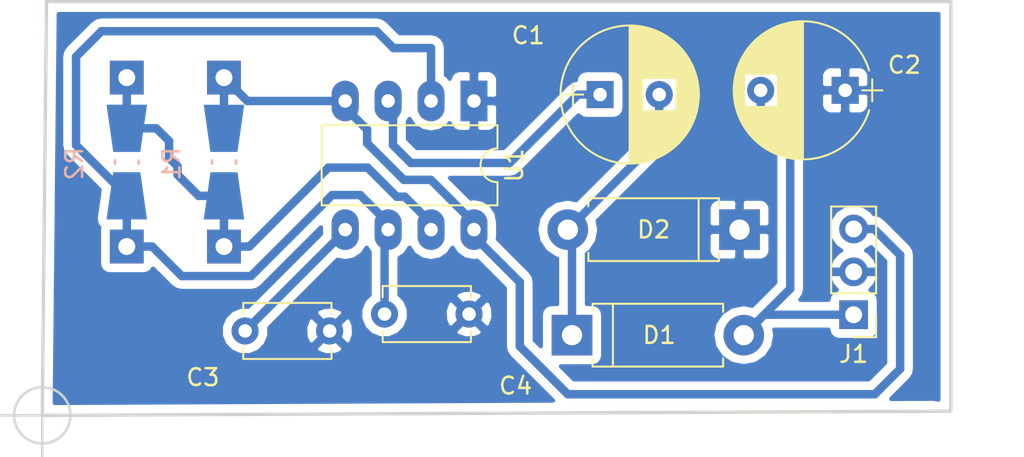
<source format=kicad_pcb>
(kicad_pcb (version 20170123) (host pcbnew "(2017-06-12 revision 8590a2299)-makepkg")

  (general
    (links 23)
    (no_connects 0)
    (area 103 65.899999 164.1425 93)
    (thickness 1.6)
    (drawings 6)
    (tracks 72)
    (zones 0)
    (modules 10)
    (nets 9)
  )

  (page A4)
  (title_block
    (title "-5v pump")
    (date 2017-08-13)
    (rev A)
  )

  (layers
    (0 F.Cu signal)
    (31 B.Cu signal)
    (32 B.Adhes user)
    (33 F.Adhes user)
    (34 B.Paste user)
    (35 F.Paste user)
    (36 B.SilkS user)
    (37 F.SilkS user)
    (38 B.Mask user)
    (39 F.Mask user)
    (40 Dwgs.User user)
    (41 Cmts.User user)
    (42 Eco1.User user)
    (43 Eco2.User user)
    (44 Edge.Cuts user)
    (45 Margin user)
    (46 B.CrtYd user)
    (47 F.CrtYd user)
    (48 B.Fab user)
    (49 F.Fab user)
  )

  (setup
    (last_trace_width 0.5)
    (trace_clearance 0.5)
    (zone_clearance 0.508)
    (zone_45_only no)
    (trace_min 0.2)
    (segment_width 0.2)
    (edge_width 0.15)
    (via_size 1.5)
    (via_drill 0.8)
    (via_min_size 0.4)
    (via_min_drill 0.3)
    (uvia_size 0.3)
    (uvia_drill 0.1)
    (uvias_allowed no)
    (uvia_min_size 0.2)
    (uvia_min_drill 0.1)
    (pcb_text_width 0.3)
    (pcb_text_size 1.5 1.5)
    (mod_edge_width 0.15)
    (mod_text_size 1 1)
    (mod_text_width 0.15)
    (pad_size 1.524 1.524)
    (pad_drill 0.762)
    (pad_to_mask_clearance 0.2)
    (aux_axis_origin 105.5 90.5)
    (visible_elements FFFFFF7F)
    (pcbplotparams
      (layerselection 0x01000_fffffffe)
      (usegerberextensions false)
      (excludeedgelayer true)
      (linewidth 0.100000)
      (plotframeref false)
      (viasonmask false)
      (mode 1)
      (useauxorigin true)
      (hpglpennumber 1)
      (hpglpenspeed 20)
      (hpglpendiameter 15)
      (psnegative false)
      (psa4output false)
      (plotreference true)
      (plotvalue true)
      (plotinvisibletext false)
      (padsonsilk false)
      (subtractmaskfromsilk false)
      (outputformat 1)
      (mirror false)
      (drillshape 0)
      (scaleselection 1)
      (outputdirectory ""))
  )

  (net 0 "")
  (net 1 "Net-(C1-Pad2)")
  (net 2 "Net-(C1-Pad1)")
  (net 3 -5v)
  (net 4 GND)
  (net 5 "Net-(C3-Pad1)")
  (net 6 "Net-(C4-Pad1)")
  (net 7 VCC)
  (net 8 "Net-(R1-Pad2)")

  (net_class Default "This is the default net class."
    (clearance 0.5)
    (trace_width 0.5)
    (via_dia 1.5)
    (via_drill 0.8)
    (uvia_dia 0.3)
    (uvia_drill 0.1)
    (add_net -5v)
    (add_net GND)
    (add_net "Net-(C1-Pad1)")
    (add_net "Net-(C1-Pad2)")
    (add_net "Net-(C3-Pad1)")
    (add_net "Net-(C4-Pad1)")
    (add_net "Net-(R1-Pad2)")
    (add_net VCC)
  )

  (module Capacitors_THT:CP_Radial_D8.0mm_P5.00mm (layer F.Cu) (tedit 597BC7C2) (tstamp 5990E91F)
    (at 153 71.25 180)
    (descr "CP, Radial series, Radial, pin pitch=5.00mm, , diameter=8mm, Electrolytic Capacitor")
    (tags "CP Radial series Radial pin pitch 5.00mm  diameter 8mm Electrolytic Capacitor")
    (path /5990854F)
    (fp_text reference C2 (at -3.5 1.5 180) (layer F.SilkS)
      (effects (font (size 1 1) (thickness 0.15)))
    )
    (fp_text value 100uf (at -3.75 -0.5 180) (layer F.Fab)
      (effects (font (size 1 1) (thickness 0.15)))
    )
    (fp_text user %R (at -3.5 1.5 180) (layer F.Fab)
      (effects (font (size 1 1) (thickness 0.15)))
    )
    (fp_line (start 6.85 -4.35) (end -1.85 -4.35) (layer F.CrtYd) (width 0.05))
    (fp_line (start 6.85 4.35) (end 6.85 -4.35) (layer F.CrtYd) (width 0.05))
    (fp_line (start -1.85 4.35) (end 6.85 4.35) (layer F.CrtYd) (width 0.05))
    (fp_line (start -1.85 -4.35) (end -1.85 4.35) (layer F.CrtYd) (width 0.05))
    (fp_line (start -1.6 -0.65) (end -1.6 0.65) (layer F.SilkS) (width 0.12))
    (fp_line (start -2.2 0) (end -1 0) (layer F.SilkS) (width 0.12))
    (fp_line (start 6.581 -0.246) (end 6.581 0.246) (layer F.SilkS) (width 0.12))
    (fp_line (start 6.541 -0.598) (end 6.541 0.598) (layer F.SilkS) (width 0.12))
    (fp_line (start 6.501 -0.814) (end 6.501 0.814) (layer F.SilkS) (width 0.12))
    (fp_line (start 6.461 -0.983) (end 6.461 0.983) (layer F.SilkS) (width 0.12))
    (fp_line (start 6.421 -1.127) (end 6.421 1.127) (layer F.SilkS) (width 0.12))
    (fp_line (start 6.381 -1.254) (end 6.381 1.254) (layer F.SilkS) (width 0.12))
    (fp_line (start 6.341 -1.369) (end 6.341 1.369) (layer F.SilkS) (width 0.12))
    (fp_line (start 6.301 -1.473) (end 6.301 1.473) (layer F.SilkS) (width 0.12))
    (fp_line (start 6.261 -1.57) (end 6.261 1.57) (layer F.SilkS) (width 0.12))
    (fp_line (start 6.221 -1.66) (end 6.221 1.66) (layer F.SilkS) (width 0.12))
    (fp_line (start 6.181 -1.745) (end 6.181 1.745) (layer F.SilkS) (width 0.12))
    (fp_line (start 6.141 -1.826) (end 6.141 1.826) (layer F.SilkS) (width 0.12))
    (fp_line (start 6.101 -1.902) (end 6.101 1.902) (layer F.SilkS) (width 0.12))
    (fp_line (start 6.061 -1.974) (end 6.061 1.974) (layer F.SilkS) (width 0.12))
    (fp_line (start 6.021 -2.043) (end 6.021 2.043) (layer F.SilkS) (width 0.12))
    (fp_line (start 5.981 -2.109) (end 5.981 2.109) (layer F.SilkS) (width 0.12))
    (fp_line (start 5.941 0.98) (end 5.941 2.173) (layer F.SilkS) (width 0.12))
    (fp_line (start 5.941 -2.173) (end 5.941 -0.98) (layer F.SilkS) (width 0.12))
    (fp_line (start 5.901 0.98) (end 5.901 2.234) (layer F.SilkS) (width 0.12))
    (fp_line (start 5.901 -2.234) (end 5.901 -0.98) (layer F.SilkS) (width 0.12))
    (fp_line (start 5.861 0.98) (end 5.861 2.293) (layer F.SilkS) (width 0.12))
    (fp_line (start 5.861 -2.293) (end 5.861 -0.98) (layer F.SilkS) (width 0.12))
    (fp_line (start 5.821 0.98) (end 5.821 2.349) (layer F.SilkS) (width 0.12))
    (fp_line (start 5.821 -2.349) (end 5.821 -0.98) (layer F.SilkS) (width 0.12))
    (fp_line (start 5.781 0.98) (end 5.781 2.404) (layer F.SilkS) (width 0.12))
    (fp_line (start 5.781 -2.404) (end 5.781 -0.98) (layer F.SilkS) (width 0.12))
    (fp_line (start 5.741 0.98) (end 5.741 2.457) (layer F.SilkS) (width 0.12))
    (fp_line (start 5.741 -2.457) (end 5.741 -0.98) (layer F.SilkS) (width 0.12))
    (fp_line (start 5.701 0.98) (end 5.701 2.508) (layer F.SilkS) (width 0.12))
    (fp_line (start 5.701 -2.508) (end 5.701 -0.98) (layer F.SilkS) (width 0.12))
    (fp_line (start 5.661 0.98) (end 5.661 2.557) (layer F.SilkS) (width 0.12))
    (fp_line (start 5.661 -2.557) (end 5.661 -0.98) (layer F.SilkS) (width 0.12))
    (fp_line (start 5.621 0.98) (end 5.621 2.605) (layer F.SilkS) (width 0.12))
    (fp_line (start 5.621 -2.605) (end 5.621 -0.98) (layer F.SilkS) (width 0.12))
    (fp_line (start 5.581 0.98) (end 5.581 2.652) (layer F.SilkS) (width 0.12))
    (fp_line (start 5.581 -2.652) (end 5.581 -0.98) (layer F.SilkS) (width 0.12))
    (fp_line (start 5.541 0.98) (end 5.541 2.697) (layer F.SilkS) (width 0.12))
    (fp_line (start 5.541 -2.697) (end 5.541 -0.98) (layer F.SilkS) (width 0.12))
    (fp_line (start 5.501 0.98) (end 5.501 2.74) (layer F.SilkS) (width 0.12))
    (fp_line (start 5.501 -2.74) (end 5.501 -0.98) (layer F.SilkS) (width 0.12))
    (fp_line (start 5.461 0.98) (end 5.461 2.783) (layer F.SilkS) (width 0.12))
    (fp_line (start 5.461 -2.783) (end 5.461 -0.98) (layer F.SilkS) (width 0.12))
    (fp_line (start 5.421 0.98) (end 5.421 2.824) (layer F.SilkS) (width 0.12))
    (fp_line (start 5.421 -2.824) (end 5.421 -0.98) (layer F.SilkS) (width 0.12))
    (fp_line (start 5.381 0.98) (end 5.381 2.865) (layer F.SilkS) (width 0.12))
    (fp_line (start 5.381 -2.865) (end 5.381 -0.98) (layer F.SilkS) (width 0.12))
    (fp_line (start 5.341 0.98) (end 5.341 2.904) (layer F.SilkS) (width 0.12))
    (fp_line (start 5.341 -2.904) (end 5.341 -0.98) (layer F.SilkS) (width 0.12))
    (fp_line (start 5.301 0.98) (end 5.301 2.942) (layer F.SilkS) (width 0.12))
    (fp_line (start 5.301 -2.942) (end 5.301 -0.98) (layer F.SilkS) (width 0.12))
    (fp_line (start 5.261 0.98) (end 5.261 2.979) (layer F.SilkS) (width 0.12))
    (fp_line (start 5.261 -2.979) (end 5.261 -0.98) (layer F.SilkS) (width 0.12))
    (fp_line (start 5.221 0.98) (end 5.221 3.015) (layer F.SilkS) (width 0.12))
    (fp_line (start 5.221 -3.015) (end 5.221 -0.98) (layer F.SilkS) (width 0.12))
    (fp_line (start 5.181 0.98) (end 5.181 3.05) (layer F.SilkS) (width 0.12))
    (fp_line (start 5.181 -3.05) (end 5.181 -0.98) (layer F.SilkS) (width 0.12))
    (fp_line (start 5.141 0.98) (end 5.141 3.084) (layer F.SilkS) (width 0.12))
    (fp_line (start 5.141 -3.084) (end 5.141 -0.98) (layer F.SilkS) (width 0.12))
    (fp_line (start 5.101 0.98) (end 5.101 3.118) (layer F.SilkS) (width 0.12))
    (fp_line (start 5.101 -3.118) (end 5.101 -0.98) (layer F.SilkS) (width 0.12))
    (fp_line (start 5.061 0.98) (end 5.061 3.15) (layer F.SilkS) (width 0.12))
    (fp_line (start 5.061 -3.15) (end 5.061 -0.98) (layer F.SilkS) (width 0.12))
    (fp_line (start 5.021 0.98) (end 5.021 3.182) (layer F.SilkS) (width 0.12))
    (fp_line (start 5.021 -3.182) (end 5.021 -0.98) (layer F.SilkS) (width 0.12))
    (fp_line (start 4.981 0.98) (end 4.981 3.213) (layer F.SilkS) (width 0.12))
    (fp_line (start 4.981 -3.213) (end 4.981 -0.98) (layer F.SilkS) (width 0.12))
    (fp_line (start 4.941 0.98) (end 4.941 3.243) (layer F.SilkS) (width 0.12))
    (fp_line (start 4.941 -3.243) (end 4.941 -0.98) (layer F.SilkS) (width 0.12))
    (fp_line (start 4.901 0.98) (end 4.901 3.272) (layer F.SilkS) (width 0.12))
    (fp_line (start 4.901 -3.272) (end 4.901 -0.98) (layer F.SilkS) (width 0.12))
    (fp_line (start 4.861 0.98) (end 4.861 3.301) (layer F.SilkS) (width 0.12))
    (fp_line (start 4.861 -3.301) (end 4.861 -0.98) (layer F.SilkS) (width 0.12))
    (fp_line (start 4.821 0.98) (end 4.821 3.329) (layer F.SilkS) (width 0.12))
    (fp_line (start 4.821 -3.329) (end 4.821 -0.98) (layer F.SilkS) (width 0.12))
    (fp_line (start 4.781 0.98) (end 4.781 3.356) (layer F.SilkS) (width 0.12))
    (fp_line (start 4.781 -3.356) (end 4.781 -0.98) (layer F.SilkS) (width 0.12))
    (fp_line (start 4.741 0.98) (end 4.741 3.383) (layer F.SilkS) (width 0.12))
    (fp_line (start 4.741 -3.383) (end 4.741 -0.98) (layer F.SilkS) (width 0.12))
    (fp_line (start 4.701 0.98) (end 4.701 3.408) (layer F.SilkS) (width 0.12))
    (fp_line (start 4.701 -3.408) (end 4.701 -0.98) (layer F.SilkS) (width 0.12))
    (fp_line (start 4.661 0.98) (end 4.661 3.434) (layer F.SilkS) (width 0.12))
    (fp_line (start 4.661 -3.434) (end 4.661 -0.98) (layer F.SilkS) (width 0.12))
    (fp_line (start 4.621 0.98) (end 4.621 3.458) (layer F.SilkS) (width 0.12))
    (fp_line (start 4.621 -3.458) (end 4.621 -0.98) (layer F.SilkS) (width 0.12))
    (fp_line (start 4.581 0.98) (end 4.581 3.482) (layer F.SilkS) (width 0.12))
    (fp_line (start 4.581 -3.482) (end 4.581 -0.98) (layer F.SilkS) (width 0.12))
    (fp_line (start 4.541 0.98) (end 4.541 3.505) (layer F.SilkS) (width 0.12))
    (fp_line (start 4.541 -3.505) (end 4.541 -0.98) (layer F.SilkS) (width 0.12))
    (fp_line (start 4.501 0.98) (end 4.501 3.528) (layer F.SilkS) (width 0.12))
    (fp_line (start 4.501 -3.528) (end 4.501 -0.98) (layer F.SilkS) (width 0.12))
    (fp_line (start 4.461 0.98) (end 4.461 3.55) (layer F.SilkS) (width 0.12))
    (fp_line (start 4.461 -3.55) (end 4.461 -0.98) (layer F.SilkS) (width 0.12))
    (fp_line (start 4.421 0.98) (end 4.421 3.572) (layer F.SilkS) (width 0.12))
    (fp_line (start 4.421 -3.572) (end 4.421 -0.98) (layer F.SilkS) (width 0.12))
    (fp_line (start 4.381 0.98) (end 4.381 3.593) (layer F.SilkS) (width 0.12))
    (fp_line (start 4.381 -3.593) (end 4.381 -0.98) (layer F.SilkS) (width 0.12))
    (fp_line (start 4.341 0.98) (end 4.341 3.613) (layer F.SilkS) (width 0.12))
    (fp_line (start 4.341 -3.613) (end 4.341 -0.98) (layer F.SilkS) (width 0.12))
    (fp_line (start 4.301 0.98) (end 4.301 3.633) (layer F.SilkS) (width 0.12))
    (fp_line (start 4.301 -3.633) (end 4.301 -0.98) (layer F.SilkS) (width 0.12))
    (fp_line (start 4.261 0.98) (end 4.261 3.652) (layer F.SilkS) (width 0.12))
    (fp_line (start 4.261 -3.652) (end 4.261 -0.98) (layer F.SilkS) (width 0.12))
    (fp_line (start 4.221 0.98) (end 4.221 3.671) (layer F.SilkS) (width 0.12))
    (fp_line (start 4.221 -3.671) (end 4.221 -0.98) (layer F.SilkS) (width 0.12))
    (fp_line (start 4.181 0.98) (end 4.181 3.69) (layer F.SilkS) (width 0.12))
    (fp_line (start 4.181 -3.69) (end 4.181 -0.98) (layer F.SilkS) (width 0.12))
    (fp_line (start 4.141 0.98) (end 4.141 3.707) (layer F.SilkS) (width 0.12))
    (fp_line (start 4.141 -3.707) (end 4.141 -0.98) (layer F.SilkS) (width 0.12))
    (fp_line (start 4.101 0.98) (end 4.101 3.725) (layer F.SilkS) (width 0.12))
    (fp_line (start 4.101 -3.725) (end 4.101 -0.98) (layer F.SilkS) (width 0.12))
    (fp_line (start 4.061 0.98) (end 4.061 3.741) (layer F.SilkS) (width 0.12))
    (fp_line (start 4.061 -3.741) (end 4.061 -0.98) (layer F.SilkS) (width 0.12))
    (fp_line (start 4.021 0.98) (end 4.021 3.758) (layer F.SilkS) (width 0.12))
    (fp_line (start 4.021 -3.758) (end 4.021 -0.98) (layer F.SilkS) (width 0.12))
    (fp_line (start 3.981 -3.773) (end 3.981 3.773) (layer F.SilkS) (width 0.12))
    (fp_line (start 3.941 -3.789) (end 3.941 3.789) (layer F.SilkS) (width 0.12))
    (fp_line (start 3.901 -3.803) (end 3.901 3.803) (layer F.SilkS) (width 0.12))
    (fp_line (start 3.861 -3.818) (end 3.861 3.818) (layer F.SilkS) (width 0.12))
    (fp_line (start 3.821 -3.832) (end 3.821 3.832) (layer F.SilkS) (width 0.12))
    (fp_line (start 3.781 -3.845) (end 3.781 3.845) (layer F.SilkS) (width 0.12))
    (fp_line (start 3.741 -3.858) (end 3.741 3.858) (layer F.SilkS) (width 0.12))
    (fp_line (start 3.701 -3.87) (end 3.701 3.87) (layer F.SilkS) (width 0.12))
    (fp_line (start 3.661 -3.883) (end 3.661 3.883) (layer F.SilkS) (width 0.12))
    (fp_line (start 3.621 -3.894) (end 3.621 3.894) (layer F.SilkS) (width 0.12))
    (fp_line (start 3.581 -3.905) (end 3.581 3.905) (layer F.SilkS) (width 0.12))
    (fp_line (start 3.541 -3.916) (end 3.541 3.916) (layer F.SilkS) (width 0.12))
    (fp_line (start 3.501 -3.926) (end 3.501 3.926) (layer F.SilkS) (width 0.12))
    (fp_line (start 3.461 -3.936) (end 3.461 3.936) (layer F.SilkS) (width 0.12))
    (fp_line (start 3.421 -3.946) (end 3.421 3.946) (layer F.SilkS) (width 0.12))
    (fp_line (start 3.381 -3.955) (end 3.381 3.955) (layer F.SilkS) (width 0.12))
    (fp_line (start 3.341 -3.963) (end 3.341 3.963) (layer F.SilkS) (width 0.12))
    (fp_line (start 3.301 -3.971) (end 3.301 3.971) (layer F.SilkS) (width 0.12))
    (fp_line (start 3.261 -3.979) (end 3.261 3.979) (layer F.SilkS) (width 0.12))
    (fp_line (start 3.221 -3.987) (end 3.221 3.987) (layer F.SilkS) (width 0.12))
    (fp_line (start 3.18 -3.994) (end 3.18 3.994) (layer F.SilkS) (width 0.12))
    (fp_line (start 3.14 -4) (end 3.14 4) (layer F.SilkS) (width 0.12))
    (fp_line (start 3.1 -4.006) (end 3.1 4.006) (layer F.SilkS) (width 0.12))
    (fp_line (start 3.06 -4.012) (end 3.06 4.012) (layer F.SilkS) (width 0.12))
    (fp_line (start 3.02 -4.017) (end 3.02 4.017) (layer F.SilkS) (width 0.12))
    (fp_line (start 2.98 -4.022) (end 2.98 4.022) (layer F.SilkS) (width 0.12))
    (fp_line (start 2.94 -4.027) (end 2.94 4.027) (layer F.SilkS) (width 0.12))
    (fp_line (start 2.9 -4.031) (end 2.9 4.031) (layer F.SilkS) (width 0.12))
    (fp_line (start 2.86 -4.035) (end 2.86 4.035) (layer F.SilkS) (width 0.12))
    (fp_line (start 2.82 -4.038) (end 2.82 4.038) (layer F.SilkS) (width 0.12))
    (fp_line (start 2.78 -4.041) (end 2.78 4.041) (layer F.SilkS) (width 0.12))
    (fp_line (start 2.74 -4.043) (end 2.74 4.043) (layer F.SilkS) (width 0.12))
    (fp_line (start 2.7 -4.046) (end 2.7 4.046) (layer F.SilkS) (width 0.12))
    (fp_line (start 2.66 -4.047) (end 2.66 4.047) (layer F.SilkS) (width 0.12))
    (fp_line (start 2.62 -4.049) (end 2.62 4.049) (layer F.SilkS) (width 0.12))
    (fp_line (start 2.58 -4.05) (end 2.58 4.05) (layer F.SilkS) (width 0.12))
    (fp_line (start 2.54 -4.05) (end 2.54 4.05) (layer F.SilkS) (width 0.12))
    (fp_line (start 2.5 -4.05) (end 2.5 4.05) (layer F.SilkS) (width 0.12))
    (fp_line (start -1.6 -0.65) (end -1.6 0.65) (layer F.Fab) (width 0.1))
    (fp_line (start -2.2 0) (end -1 0) (layer F.Fab) (width 0.1))
    (fp_circle (center 2.5 0) (end 6.5 0) (layer F.Fab) (width 0.1))
    (fp_arc (start 2.5 0) (end 6.416082 -1.18) (angle 33.5) (layer F.SilkS) (width 0.12))
    (fp_arc (start 2.5 0) (end -1.416082 1.18) (angle -146.5) (layer F.SilkS) (width 0.12))
    (fp_arc (start 2.5 0) (end -1.416082 -1.18) (angle 146.5) (layer F.SilkS) (width 0.12))
    (pad 2 thru_hole circle (at 5 0 180) (size 1.6 1.6) (drill 0.8) (layers *.Cu *.Mask)
      (net 3 -5v))
    (pad 1 thru_hole rect (at 0 0 180) (size 1.6 1.6) (drill 0.8) (layers *.Cu *.Mask)
      (net 4 GND))
    (model ${KISYS3DMOD}/Capacitors_THT.3dshapes/CP_Radial_D8.0mm_P5.00mm.wrl
      (at (xyz 0 0 0))
      (scale (xyz 1 1 1))
      (rotate (xyz 0 0 0))
    )
  )

  (module Resistors_Universal:Resistor_SMD+THTuniversal_0805to1206_RM10_HandSoldering_RevA_Date25Jun2010 (layer B.Cu) (tedit 59907A2B) (tstamp 5990E9AC)
    (at 110.5 75.49898 270)
    (descr "Resistor, SMD and THT, universal, 0805 to 1206,RM10,  Hand soldering, Rev A, Date 25 Jun 2010,")
    (tags "Resistor, SMD and THT, universal, 0805 to 1206, RM10, Hand soldering, Rev A, Date 25 Jun 2010,")
    (path /59906EB6)
    (fp_text reference R2 (at 0.09906 3.0988 270) (layer B.SilkS)
      (effects (font (size 1 1) (thickness 0.15)) (justify mirror))
    )
    (fp_text value 47k (at 3.50102 2.75 270) (layer B.Adhes)
      (effects (font (size 1 1) (thickness 0.15)) (justify mirror))
    )
    (fp_line (start 0 0.70104) (end 0.09906 0.70104) (layer B.SilkS) (width 0.15))
    (fp_line (start 0 0.70104) (end -0.09906 0.70104) (layer B.SilkS) (width 0.15))
    (fp_line (start 0 -0.70104) (end -0.09906 -0.70104) (layer B.SilkS) (width 0.15))
    (fp_line (start 0.09906 -0.70104) (end 0 -0.70104) (layer B.SilkS) (width 0.15))
    (fp_line (start 0 -0.70104) (end 0.09906 -0.70104) (layer B.SilkS) (width 0.15))
    (pad 2 thru_hole rect (at 5.00126 0 90) (size 1.99898 1.99898) (drill 1.00076) (layers *.Cu *.Mask)
      (net 6 "Net-(C4-Pad1)"))
    (pad 1 thru_hole rect (at -5.00126 0 90) (size 1.99898 1.99898) (drill 1.00076) (layers *.Cu *.Mask)
      (net 8 "Net-(R1-Pad2)"))
    (pad 2 smd trapezoid (at 1.99898 0 90) (size 2.79908 1.99898) (rect_delta 0.39878 0 ) (layers B.Cu B.Paste B.Mask)
      (net 6 "Net-(C4-Pad1)"))
    (pad 1 smd trapezoid (at -1.99898 0 270) (size 2.79908 1.99898) (rect_delta 0.39878 0 ) (layers B.Cu B.Paste B.Mask)
      (net 8 "Net-(R1-Pad2)"))
  )

  (module Capacitors_THT:CP_Radial_D8.0mm_P3.50mm (layer F.Cu) (tedit 597BC7C2) (tstamp 5990E874)
    (at 138.5 71.5)
    (descr "CP, Radial series, Radial, pin pitch=3.50mm, , diameter=8mm, Electrolytic Capacitor")
    (tags "CP Radial series Radial pin pitch 3.50mm  diameter 8mm Electrolytic Capacitor")
    (path /59906E55)
    (fp_text reference C1 (at -4.25 -3.5) (layer F.SilkS)
      (effects (font (size 1 1) (thickness 0.15)))
    )
    (fp_text value 10uf (at -4.75 -2.25) (layer F.Fab)
      (effects (font (size 1 1) (thickness 0.15)))
    )
    (fp_text user %R (at -4.25 -3.5) (layer F.Fab)
      (effects (font (size 1 1) (thickness 0.15)))
    )
    (fp_line (start 6.1 -4.35) (end -2.6 -4.35) (layer F.CrtYd) (width 0.05))
    (fp_line (start 6.1 4.35) (end 6.1 -4.35) (layer F.CrtYd) (width 0.05))
    (fp_line (start -2.6 4.35) (end 6.1 4.35) (layer F.CrtYd) (width 0.05))
    (fp_line (start -2.6 -4.35) (end -2.6 4.35) (layer F.CrtYd) (width 0.05))
    (fp_line (start -1.6 -0.65) (end -1.6 0.65) (layer F.SilkS) (width 0.12))
    (fp_line (start -2.2 0) (end -1 0) (layer F.SilkS) (width 0.12))
    (fp_line (start 5.831 -0.246) (end 5.831 0.246) (layer F.SilkS) (width 0.12))
    (fp_line (start 5.791 -0.598) (end 5.791 0.598) (layer F.SilkS) (width 0.12))
    (fp_line (start 5.751 -0.814) (end 5.751 0.814) (layer F.SilkS) (width 0.12))
    (fp_line (start 5.711 -0.983) (end 5.711 0.983) (layer F.SilkS) (width 0.12))
    (fp_line (start 5.671 -1.127) (end 5.671 1.127) (layer F.SilkS) (width 0.12))
    (fp_line (start 5.631 -1.254) (end 5.631 1.254) (layer F.SilkS) (width 0.12))
    (fp_line (start 5.591 -1.369) (end 5.591 1.369) (layer F.SilkS) (width 0.12))
    (fp_line (start 5.551 -1.473) (end 5.551 1.473) (layer F.SilkS) (width 0.12))
    (fp_line (start 5.511 -1.57) (end 5.511 1.57) (layer F.SilkS) (width 0.12))
    (fp_line (start 5.471 -1.66) (end 5.471 1.66) (layer F.SilkS) (width 0.12))
    (fp_line (start 5.431 -1.745) (end 5.431 1.745) (layer F.SilkS) (width 0.12))
    (fp_line (start 5.391 -1.826) (end 5.391 1.826) (layer F.SilkS) (width 0.12))
    (fp_line (start 5.351 -1.902) (end 5.351 1.902) (layer F.SilkS) (width 0.12))
    (fp_line (start 5.311 -1.974) (end 5.311 1.974) (layer F.SilkS) (width 0.12))
    (fp_line (start 5.271 -2.043) (end 5.271 2.043) (layer F.SilkS) (width 0.12))
    (fp_line (start 5.231 -2.109) (end 5.231 2.109) (layer F.SilkS) (width 0.12))
    (fp_line (start 5.191 -2.173) (end 5.191 2.173) (layer F.SilkS) (width 0.12))
    (fp_line (start 5.151 -2.234) (end 5.151 2.234) (layer F.SilkS) (width 0.12))
    (fp_line (start 5.111 -2.293) (end 5.111 2.293) (layer F.SilkS) (width 0.12))
    (fp_line (start 5.071 -2.349) (end 5.071 2.349) (layer F.SilkS) (width 0.12))
    (fp_line (start 5.031 -2.404) (end 5.031 2.404) (layer F.SilkS) (width 0.12))
    (fp_line (start 4.991 -2.457) (end 4.991 2.457) (layer F.SilkS) (width 0.12))
    (fp_line (start 4.951 -2.508) (end 4.951 2.508) (layer F.SilkS) (width 0.12))
    (fp_line (start 4.911 -2.557) (end 4.911 2.557) (layer F.SilkS) (width 0.12))
    (fp_line (start 4.871 -2.605) (end 4.871 2.605) (layer F.SilkS) (width 0.12))
    (fp_line (start 4.831 -2.652) (end 4.831 2.652) (layer F.SilkS) (width 0.12))
    (fp_line (start 4.791 -2.697) (end 4.791 2.697) (layer F.SilkS) (width 0.12))
    (fp_line (start 4.751 -2.74) (end 4.751 2.74) (layer F.SilkS) (width 0.12))
    (fp_line (start 4.711 -2.783) (end 4.711 2.783) (layer F.SilkS) (width 0.12))
    (fp_line (start 4.671 -2.824) (end 4.671 2.824) (layer F.SilkS) (width 0.12))
    (fp_line (start 4.631 -2.865) (end 4.631 2.865) (layer F.SilkS) (width 0.12))
    (fp_line (start 4.591 -2.904) (end 4.591 2.904) (layer F.SilkS) (width 0.12))
    (fp_line (start 4.551 -2.942) (end 4.551 2.942) (layer F.SilkS) (width 0.12))
    (fp_line (start 4.511 -2.979) (end 4.511 2.979) (layer F.SilkS) (width 0.12))
    (fp_line (start 4.471 0.98) (end 4.471 3.015) (layer F.SilkS) (width 0.12))
    (fp_line (start 4.471 -3.015) (end 4.471 -0.98) (layer F.SilkS) (width 0.12))
    (fp_line (start 4.431 0.98) (end 4.431 3.05) (layer F.SilkS) (width 0.12))
    (fp_line (start 4.431 -3.05) (end 4.431 -0.98) (layer F.SilkS) (width 0.12))
    (fp_line (start 4.391 0.98) (end 4.391 3.084) (layer F.SilkS) (width 0.12))
    (fp_line (start 4.391 -3.084) (end 4.391 -0.98) (layer F.SilkS) (width 0.12))
    (fp_line (start 4.351 0.98) (end 4.351 3.118) (layer F.SilkS) (width 0.12))
    (fp_line (start 4.351 -3.118) (end 4.351 -0.98) (layer F.SilkS) (width 0.12))
    (fp_line (start 4.311 0.98) (end 4.311 3.15) (layer F.SilkS) (width 0.12))
    (fp_line (start 4.311 -3.15) (end 4.311 -0.98) (layer F.SilkS) (width 0.12))
    (fp_line (start 4.271 0.98) (end 4.271 3.182) (layer F.SilkS) (width 0.12))
    (fp_line (start 4.271 -3.182) (end 4.271 -0.98) (layer F.SilkS) (width 0.12))
    (fp_line (start 4.231 0.98) (end 4.231 3.213) (layer F.SilkS) (width 0.12))
    (fp_line (start 4.231 -3.213) (end 4.231 -0.98) (layer F.SilkS) (width 0.12))
    (fp_line (start 4.191 0.98) (end 4.191 3.243) (layer F.SilkS) (width 0.12))
    (fp_line (start 4.191 -3.243) (end 4.191 -0.98) (layer F.SilkS) (width 0.12))
    (fp_line (start 4.151 0.98) (end 4.151 3.272) (layer F.SilkS) (width 0.12))
    (fp_line (start 4.151 -3.272) (end 4.151 -0.98) (layer F.SilkS) (width 0.12))
    (fp_line (start 4.111 0.98) (end 4.111 3.301) (layer F.SilkS) (width 0.12))
    (fp_line (start 4.111 -3.301) (end 4.111 -0.98) (layer F.SilkS) (width 0.12))
    (fp_line (start 4.071 0.98) (end 4.071 3.329) (layer F.SilkS) (width 0.12))
    (fp_line (start 4.071 -3.329) (end 4.071 -0.98) (layer F.SilkS) (width 0.12))
    (fp_line (start 4.031 0.98) (end 4.031 3.356) (layer F.SilkS) (width 0.12))
    (fp_line (start 4.031 -3.356) (end 4.031 -0.98) (layer F.SilkS) (width 0.12))
    (fp_line (start 3.991 0.98) (end 3.991 3.383) (layer F.SilkS) (width 0.12))
    (fp_line (start 3.991 -3.383) (end 3.991 -0.98) (layer F.SilkS) (width 0.12))
    (fp_line (start 3.951 0.98) (end 3.951 3.408) (layer F.SilkS) (width 0.12))
    (fp_line (start 3.951 -3.408) (end 3.951 -0.98) (layer F.SilkS) (width 0.12))
    (fp_line (start 3.911 0.98) (end 3.911 3.434) (layer F.SilkS) (width 0.12))
    (fp_line (start 3.911 -3.434) (end 3.911 -0.98) (layer F.SilkS) (width 0.12))
    (fp_line (start 3.871 0.98) (end 3.871 3.458) (layer F.SilkS) (width 0.12))
    (fp_line (start 3.871 -3.458) (end 3.871 -0.98) (layer F.SilkS) (width 0.12))
    (fp_line (start 3.831 0.98) (end 3.831 3.482) (layer F.SilkS) (width 0.12))
    (fp_line (start 3.831 -3.482) (end 3.831 -0.98) (layer F.SilkS) (width 0.12))
    (fp_line (start 3.791 0.98) (end 3.791 3.505) (layer F.SilkS) (width 0.12))
    (fp_line (start 3.791 -3.505) (end 3.791 -0.98) (layer F.SilkS) (width 0.12))
    (fp_line (start 3.751 0.98) (end 3.751 3.528) (layer F.SilkS) (width 0.12))
    (fp_line (start 3.751 -3.528) (end 3.751 -0.98) (layer F.SilkS) (width 0.12))
    (fp_line (start 3.711 0.98) (end 3.711 3.55) (layer F.SilkS) (width 0.12))
    (fp_line (start 3.711 -3.55) (end 3.711 -0.98) (layer F.SilkS) (width 0.12))
    (fp_line (start 3.671 0.98) (end 3.671 3.572) (layer F.SilkS) (width 0.12))
    (fp_line (start 3.671 -3.572) (end 3.671 -0.98) (layer F.SilkS) (width 0.12))
    (fp_line (start 3.631 0.98) (end 3.631 3.593) (layer F.SilkS) (width 0.12))
    (fp_line (start 3.631 -3.593) (end 3.631 -0.98) (layer F.SilkS) (width 0.12))
    (fp_line (start 3.591 0.98) (end 3.591 3.613) (layer F.SilkS) (width 0.12))
    (fp_line (start 3.591 -3.613) (end 3.591 -0.98) (layer F.SilkS) (width 0.12))
    (fp_line (start 3.551 0.98) (end 3.551 3.633) (layer F.SilkS) (width 0.12))
    (fp_line (start 3.551 -3.633) (end 3.551 -0.98) (layer F.SilkS) (width 0.12))
    (fp_line (start 3.511 0.98) (end 3.511 3.652) (layer F.SilkS) (width 0.12))
    (fp_line (start 3.511 -3.652) (end 3.511 -0.98) (layer F.SilkS) (width 0.12))
    (fp_line (start 3.471 0.98) (end 3.471 3.671) (layer F.SilkS) (width 0.12))
    (fp_line (start 3.471 -3.671) (end 3.471 -0.98) (layer F.SilkS) (width 0.12))
    (fp_line (start 3.431 0.98) (end 3.431 3.69) (layer F.SilkS) (width 0.12))
    (fp_line (start 3.431 -3.69) (end 3.431 -0.98) (layer F.SilkS) (width 0.12))
    (fp_line (start 3.391 0.98) (end 3.391 3.707) (layer F.SilkS) (width 0.12))
    (fp_line (start 3.391 -3.707) (end 3.391 -0.98) (layer F.SilkS) (width 0.12))
    (fp_line (start 3.351 0.98) (end 3.351 3.725) (layer F.SilkS) (width 0.12))
    (fp_line (start 3.351 -3.725) (end 3.351 -0.98) (layer F.SilkS) (width 0.12))
    (fp_line (start 3.311 0.98) (end 3.311 3.741) (layer F.SilkS) (width 0.12))
    (fp_line (start 3.311 -3.741) (end 3.311 -0.98) (layer F.SilkS) (width 0.12))
    (fp_line (start 3.271 0.98) (end 3.271 3.758) (layer F.SilkS) (width 0.12))
    (fp_line (start 3.271 -3.758) (end 3.271 -0.98) (layer F.SilkS) (width 0.12))
    (fp_line (start 3.231 0.98) (end 3.231 3.773) (layer F.SilkS) (width 0.12))
    (fp_line (start 3.231 -3.773) (end 3.231 -0.98) (layer F.SilkS) (width 0.12))
    (fp_line (start 3.191 0.98) (end 3.191 3.789) (layer F.SilkS) (width 0.12))
    (fp_line (start 3.191 -3.789) (end 3.191 -0.98) (layer F.SilkS) (width 0.12))
    (fp_line (start 3.151 0.98) (end 3.151 3.803) (layer F.SilkS) (width 0.12))
    (fp_line (start 3.151 -3.803) (end 3.151 -0.98) (layer F.SilkS) (width 0.12))
    (fp_line (start 3.111 0.98) (end 3.111 3.818) (layer F.SilkS) (width 0.12))
    (fp_line (start 3.111 -3.818) (end 3.111 -0.98) (layer F.SilkS) (width 0.12))
    (fp_line (start 3.071 0.98) (end 3.071 3.832) (layer F.SilkS) (width 0.12))
    (fp_line (start 3.071 -3.832) (end 3.071 -0.98) (layer F.SilkS) (width 0.12))
    (fp_line (start 3.031 0.98) (end 3.031 3.845) (layer F.SilkS) (width 0.12))
    (fp_line (start 3.031 -3.845) (end 3.031 -0.98) (layer F.SilkS) (width 0.12))
    (fp_line (start 2.991 0.98) (end 2.991 3.858) (layer F.SilkS) (width 0.12))
    (fp_line (start 2.991 -3.858) (end 2.991 -0.98) (layer F.SilkS) (width 0.12))
    (fp_line (start 2.951 0.98) (end 2.951 3.87) (layer F.SilkS) (width 0.12))
    (fp_line (start 2.951 -3.87) (end 2.951 -0.98) (layer F.SilkS) (width 0.12))
    (fp_line (start 2.911 0.98) (end 2.911 3.883) (layer F.SilkS) (width 0.12))
    (fp_line (start 2.911 -3.883) (end 2.911 -0.98) (layer F.SilkS) (width 0.12))
    (fp_line (start 2.871 0.98) (end 2.871 3.894) (layer F.SilkS) (width 0.12))
    (fp_line (start 2.871 -3.894) (end 2.871 -0.98) (layer F.SilkS) (width 0.12))
    (fp_line (start 2.831 0.98) (end 2.831 3.905) (layer F.SilkS) (width 0.12))
    (fp_line (start 2.831 -3.905) (end 2.831 -0.98) (layer F.SilkS) (width 0.12))
    (fp_line (start 2.791 0.98) (end 2.791 3.916) (layer F.SilkS) (width 0.12))
    (fp_line (start 2.791 -3.916) (end 2.791 -0.98) (layer F.SilkS) (width 0.12))
    (fp_line (start 2.751 0.98) (end 2.751 3.926) (layer F.SilkS) (width 0.12))
    (fp_line (start 2.751 -3.926) (end 2.751 -0.98) (layer F.SilkS) (width 0.12))
    (fp_line (start 2.711 0.98) (end 2.711 3.936) (layer F.SilkS) (width 0.12))
    (fp_line (start 2.711 -3.936) (end 2.711 -0.98) (layer F.SilkS) (width 0.12))
    (fp_line (start 2.671 0.98) (end 2.671 3.946) (layer F.SilkS) (width 0.12))
    (fp_line (start 2.671 -3.946) (end 2.671 -0.98) (layer F.SilkS) (width 0.12))
    (fp_line (start 2.631 0.98) (end 2.631 3.955) (layer F.SilkS) (width 0.12))
    (fp_line (start 2.631 -3.955) (end 2.631 -0.98) (layer F.SilkS) (width 0.12))
    (fp_line (start 2.591 0.98) (end 2.591 3.963) (layer F.SilkS) (width 0.12))
    (fp_line (start 2.591 -3.963) (end 2.591 -0.98) (layer F.SilkS) (width 0.12))
    (fp_line (start 2.551 0.98) (end 2.551 3.971) (layer F.SilkS) (width 0.12))
    (fp_line (start 2.551 -3.971) (end 2.551 -0.98) (layer F.SilkS) (width 0.12))
    (fp_line (start 2.511 -3.979) (end 2.511 3.979) (layer F.SilkS) (width 0.12))
    (fp_line (start 2.471 -3.987) (end 2.471 3.987) (layer F.SilkS) (width 0.12))
    (fp_line (start 2.43 -3.994) (end 2.43 3.994) (layer F.SilkS) (width 0.12))
    (fp_line (start 2.39 -4) (end 2.39 4) (layer F.SilkS) (width 0.12))
    (fp_line (start 2.35 -4.006) (end 2.35 4.006) (layer F.SilkS) (width 0.12))
    (fp_line (start 2.31 -4.012) (end 2.31 4.012) (layer F.SilkS) (width 0.12))
    (fp_line (start 2.27 -4.017) (end 2.27 4.017) (layer F.SilkS) (width 0.12))
    (fp_line (start 2.23 -4.022) (end 2.23 4.022) (layer F.SilkS) (width 0.12))
    (fp_line (start 2.19 -4.027) (end 2.19 4.027) (layer F.SilkS) (width 0.12))
    (fp_line (start 2.15 -4.031) (end 2.15 4.031) (layer F.SilkS) (width 0.12))
    (fp_line (start 2.11 -4.035) (end 2.11 4.035) (layer F.SilkS) (width 0.12))
    (fp_line (start 2.07 -4.038) (end 2.07 4.038) (layer F.SilkS) (width 0.12))
    (fp_line (start 2.03 -4.041) (end 2.03 4.041) (layer F.SilkS) (width 0.12))
    (fp_line (start 1.99 -4.043) (end 1.99 4.043) (layer F.SilkS) (width 0.12))
    (fp_line (start 1.95 -4.046) (end 1.95 4.046) (layer F.SilkS) (width 0.12))
    (fp_line (start 1.91 -4.047) (end 1.91 4.047) (layer F.SilkS) (width 0.12))
    (fp_line (start 1.87 -4.049) (end 1.87 4.049) (layer F.SilkS) (width 0.12))
    (fp_line (start 1.83 -4.05) (end 1.83 4.05) (layer F.SilkS) (width 0.12))
    (fp_line (start 1.79 -4.05) (end 1.79 4.05) (layer F.SilkS) (width 0.12))
    (fp_line (start 1.75 -4.05) (end 1.75 4.05) (layer F.SilkS) (width 0.12))
    (fp_line (start -1.6 -0.65) (end -1.6 0.65) (layer F.Fab) (width 0.1))
    (fp_line (start -2.2 0) (end -1 0) (layer F.Fab) (width 0.1))
    (fp_circle (center 1.75 0) (end 5.84 0) (layer F.SilkS) (width 0.12))
    (fp_circle (center 1.75 0) (end 5.75 0) (layer F.Fab) (width 0.1))
    (pad 2 thru_hole circle (at 3.5 0) (size 1.6 1.6) (drill 0.8) (layers *.Cu *.Mask)
      (net 1 "Net-(C1-Pad2)"))
    (pad 1 thru_hole rect (at 0 0) (size 1.6 1.6) (drill 0.8) (layers *.Cu *.Mask)
      (net 2 "Net-(C1-Pad1)"))
    (model ${KISYS3DMOD}/Capacitors_THT.3dshapes/CP_Radial_D8.0mm_P3.50mm.wrl
      (at (xyz 0 0 0))
      (scale (xyz 1 1 1))
      (rotate (xyz 0 0 0))
    )
  )

  (module Capacitors_THT:C_Disc_D5.1mm_W3.2mm_P5.00mm (layer F.Cu) (tedit 597BC7C2) (tstamp 5990E934)
    (at 117.5 85.5)
    (descr "C, Disc series, Radial, pin pitch=5.00mm, , diameter*width=5.1*3.2mm^2, Capacitor, http://www.vishay.com/docs/45233/krseries.pdf")
    (tags "C Disc series Radial pin pitch 5.00mm  diameter 5.1mm width 3.2mm Capacitor")
    (path /59907F29)
    (fp_text reference C3 (at -2.5 2.75) (layer F.SilkS)
      (effects (font (size 1 1) (thickness 0.15)))
    )
    (fp_text value "0.1u(103)" (at 2.5 2.91) (layer F.Fab)
      (effects (font (size 1 1) (thickness 0.15)))
    )
    (fp_line (start -0.05 -1.6) (end -0.05 1.6) (layer F.Fab) (width 0.1))
    (fp_line (start -0.05 1.6) (end 5.05 1.6) (layer F.Fab) (width 0.1))
    (fp_line (start 5.05 1.6) (end 5.05 -1.6) (layer F.Fab) (width 0.1))
    (fp_line (start 5.05 -1.6) (end -0.05 -1.6) (layer F.Fab) (width 0.1))
    (fp_line (start -0.11 -1.66) (end 5.11 -1.66) (layer F.SilkS) (width 0.12))
    (fp_line (start -0.11 1.66) (end 5.11 1.66) (layer F.SilkS) (width 0.12))
    (fp_line (start -0.11 -1.66) (end -0.11 -0.996) (layer F.SilkS) (width 0.12))
    (fp_line (start -0.11 0.996) (end -0.11 1.66) (layer F.SilkS) (width 0.12))
    (fp_line (start 5.11 -1.66) (end 5.11 -0.996) (layer F.SilkS) (width 0.12))
    (fp_line (start 5.11 0.996) (end 5.11 1.66) (layer F.SilkS) (width 0.12))
    (fp_line (start -1.05 -1.95) (end -1.05 1.95) (layer F.CrtYd) (width 0.05))
    (fp_line (start -1.05 1.95) (end 6.05 1.95) (layer F.CrtYd) (width 0.05))
    (fp_line (start 6.05 1.95) (end 6.05 -1.95) (layer F.CrtYd) (width 0.05))
    (fp_line (start 6.05 -1.95) (end -1.05 -1.95) (layer F.CrtYd) (width 0.05))
    (fp_text user %R (at 2.5 0) (layer F.Fab)
      (effects (font (size 1 1) (thickness 0.15)))
    )
    (pad 1 thru_hole circle (at 0 0) (size 1.6 1.6) (drill 0.8) (layers *.Cu *.Mask)
      (net 5 "Net-(C3-Pad1)"))
    (pad 2 thru_hole circle (at 5 0) (size 1.6 1.6) (drill 0.8) (layers *.Cu *.Mask)
      (net 4 GND))
    (model ${KISYS3DMOD}/Capacitors_THT.3dshapes/C_Disc_D5.1mm_W3.2mm_P5.00mm.wrl
      (at (xyz 0 0 0))
      (scale (xyz 1 1 1))
      (rotate (xyz 0 0 0))
    )
  )

  (module Capacitors_THT:C_Disc_D5.1mm_W3.2mm_P5.00mm (layer F.Cu) (tedit 597BC7C2) (tstamp 5990E949)
    (at 125.75 84.5)
    (descr "C, Disc series, Radial, pin pitch=5.00mm, , diameter*width=5.1*3.2mm^2, Capacitor, http://www.vishay.com/docs/45233/krseries.pdf")
    (tags "C Disc series Radial pin pitch 5.00mm  diameter 5.1mm width 3.2mm Capacitor")
    (path /59906DE1)
    (fp_text reference C4 (at 7.75 4.25) (layer F.SilkS)
      (effects (font (size 1 1) (thickness 0.15)))
    )
    (fp_text value "10nf(102)" (at 2.75 4) (layer F.Fab)
      (effects (font (size 1 1) (thickness 0.15)))
    )
    (fp_text user %R (at 2.5 0) (layer F.Fab)
      (effects (font (size 1 1) (thickness 0.15)))
    )
    (fp_line (start 6.05 -1.95) (end -1.05 -1.95) (layer F.CrtYd) (width 0.05))
    (fp_line (start 6.05 1.95) (end 6.05 -1.95) (layer F.CrtYd) (width 0.05))
    (fp_line (start -1.05 1.95) (end 6.05 1.95) (layer F.CrtYd) (width 0.05))
    (fp_line (start -1.05 -1.95) (end -1.05 1.95) (layer F.CrtYd) (width 0.05))
    (fp_line (start 5.11 0.996) (end 5.11 1.66) (layer F.SilkS) (width 0.12))
    (fp_line (start 5.11 -1.66) (end 5.11 -0.996) (layer F.SilkS) (width 0.12))
    (fp_line (start -0.11 0.996) (end -0.11 1.66) (layer F.SilkS) (width 0.12))
    (fp_line (start -0.11 -1.66) (end -0.11 -0.996) (layer F.SilkS) (width 0.12))
    (fp_line (start -0.11 1.66) (end 5.11 1.66) (layer F.SilkS) (width 0.12))
    (fp_line (start -0.11 -1.66) (end 5.11 -1.66) (layer F.SilkS) (width 0.12))
    (fp_line (start 5.05 -1.6) (end -0.05 -1.6) (layer F.Fab) (width 0.1))
    (fp_line (start 5.05 1.6) (end 5.05 -1.6) (layer F.Fab) (width 0.1))
    (fp_line (start -0.05 1.6) (end 5.05 1.6) (layer F.Fab) (width 0.1))
    (fp_line (start -0.05 -1.6) (end -0.05 1.6) (layer F.Fab) (width 0.1))
    (pad 2 thru_hole circle (at 5 0) (size 1.6 1.6) (drill 0.8) (layers *.Cu *.Mask)
      (net 4 GND))
    (pad 1 thru_hole circle (at 0 0) (size 1.6 1.6) (drill 0.8) (layers *.Cu *.Mask)
      (net 6 "Net-(C4-Pad1)"))
    (model ${KISYS3DMOD}/Capacitors_THT.3dshapes/C_Disc_D5.1mm_W3.2mm_P5.00mm.wrl
      (at (xyz 0 0 0))
      (scale (xyz 1 1 1))
      (rotate (xyz 0 0 0))
    )
  )

  (module Diodes_THT:D_DO-15_P10.16mm_Horizontal (layer F.Cu) (tedit 5921392E) (tstamp 5990E962)
    (at 136.84 85.75)
    (descr "D, DO-15 series, Axial, Horizontal, pin pitch=10.16mm, , length*diameter=7.6*3.6mm^2, , http://www.diodes.com/_files/packages/DO-15.pdf")
    (tags "D DO-15 series Axial Horizontal pin pitch 10.16mm  length 7.6mm diameter 3.6mm")
    (path /59906F79)
    (fp_text reference D1 (at 5.16 0) (layer F.SilkS)
      (effects (font (size 1 1) (thickness 0.15)))
    )
    (fp_text value 1n4148 (at 5.08 2.86) (layer F.Fab)
      (effects (font (size 1 1) (thickness 0.15)))
    )
    (fp_line (start 11.65 -2.15) (end -1.45 -2.15) (layer F.CrtYd) (width 0.05))
    (fp_line (start 11.65 2.15) (end 11.65 -2.15) (layer F.CrtYd) (width 0.05))
    (fp_line (start -1.45 2.15) (end 11.65 2.15) (layer F.CrtYd) (width 0.05))
    (fp_line (start -1.45 -2.15) (end -1.45 2.15) (layer F.CrtYd) (width 0.05))
    (fp_line (start 2.42 -1.86) (end 2.42 1.86) (layer F.SilkS) (width 0.12))
    (fp_line (start 8.94 1.86) (end 8.94 1.38) (layer F.SilkS) (width 0.12))
    (fp_line (start 1.22 1.86) (end 8.94 1.86) (layer F.SilkS) (width 0.12))
    (fp_line (start 1.22 1.38) (end 1.22 1.86) (layer F.SilkS) (width 0.12))
    (fp_line (start 8.94 -1.86) (end 8.94 -1.38) (layer F.SilkS) (width 0.12))
    (fp_line (start 1.22 -1.86) (end 8.94 -1.86) (layer F.SilkS) (width 0.12))
    (fp_line (start 1.22 -1.38) (end 1.22 -1.86) (layer F.SilkS) (width 0.12))
    (fp_line (start 2.42 -1.8) (end 2.42 1.8) (layer F.Fab) (width 0.1))
    (fp_line (start 10.16 0) (end 8.88 0) (layer F.Fab) (width 0.1))
    (fp_line (start 0 0) (end 1.28 0) (layer F.Fab) (width 0.1))
    (fp_line (start 8.88 -1.8) (end 1.28 -1.8) (layer F.Fab) (width 0.1))
    (fp_line (start 8.88 1.8) (end 8.88 -1.8) (layer F.Fab) (width 0.1))
    (fp_line (start 1.28 1.8) (end 8.88 1.8) (layer F.Fab) (width 0.1))
    (fp_line (start 1.28 -1.8) (end 1.28 1.8) (layer F.Fab) (width 0.1))
    (fp_text user %R (at 5.08 0) (layer F.Fab)
      (effects (font (size 1 1) (thickness 0.15)))
    )
    (pad 2 thru_hole oval (at 10.16 0) (size 2.4 2.4) (drill 1.2) (layers *.Cu *.Mask)
      (net 3 -5v))
    (pad 1 thru_hole rect (at 0 0) (size 2.4 2.4) (drill 1.2) (layers *.Cu *.Mask)
      (net 1 "Net-(C1-Pad2)"))
    (model ${KISYS3DMOD}/Diodes_THT.3dshapes/D_DO-15_P10.16mm_Horizontal.wrl
      (at (xyz 0 0 0))
      (scale (xyz 0.393701 0.393701 0.393701))
      (rotate (xyz 0 0 0))
    )
  )

  (module Diodes_THT:D_DO-15_P10.16mm_Horizontal (layer F.Cu) (tedit 5921392E) (tstamp 5990E97B)
    (at 146.75 79.5 180)
    (descr "D, DO-15 series, Axial, Horizontal, pin pitch=10.16mm, , length*diameter=7.6*3.6mm^2, , http://www.diodes.com/_files/packages/DO-15.pdf")
    (tags "D DO-15 series Axial Horizontal pin pitch 10.16mm  length 7.6mm diameter 3.6mm")
    (path /599084ED)
    (fp_text reference D2 (at 5.08 0 180) (layer F.SilkS)
      (effects (font (size 1 1) (thickness 0.15)))
    )
    (fp_text value 1n4148 (at 4.75 -2.5 180) (layer F.Fab)
      (effects (font (size 1 1) (thickness 0.15)))
    )
    (fp_text user %R (at 5.08 0 180) (layer F.Fab)
      (effects (font (size 1 1) (thickness 0.15)))
    )
    (fp_line (start 1.28 -1.8) (end 1.28 1.8) (layer F.Fab) (width 0.1))
    (fp_line (start 1.28 1.8) (end 8.88 1.8) (layer F.Fab) (width 0.1))
    (fp_line (start 8.88 1.8) (end 8.88 -1.8) (layer F.Fab) (width 0.1))
    (fp_line (start 8.88 -1.8) (end 1.28 -1.8) (layer F.Fab) (width 0.1))
    (fp_line (start 0 0) (end 1.28 0) (layer F.Fab) (width 0.1))
    (fp_line (start 10.16 0) (end 8.88 0) (layer F.Fab) (width 0.1))
    (fp_line (start 2.42 -1.8) (end 2.42 1.8) (layer F.Fab) (width 0.1))
    (fp_line (start 1.22 -1.38) (end 1.22 -1.86) (layer F.SilkS) (width 0.12))
    (fp_line (start 1.22 -1.86) (end 8.94 -1.86) (layer F.SilkS) (width 0.12))
    (fp_line (start 8.94 -1.86) (end 8.94 -1.38) (layer F.SilkS) (width 0.12))
    (fp_line (start 1.22 1.38) (end 1.22 1.86) (layer F.SilkS) (width 0.12))
    (fp_line (start 1.22 1.86) (end 8.94 1.86) (layer F.SilkS) (width 0.12))
    (fp_line (start 8.94 1.86) (end 8.94 1.38) (layer F.SilkS) (width 0.12))
    (fp_line (start 2.42 -1.86) (end 2.42 1.86) (layer F.SilkS) (width 0.12))
    (fp_line (start -1.45 -2.15) (end -1.45 2.15) (layer F.CrtYd) (width 0.05))
    (fp_line (start -1.45 2.15) (end 11.65 2.15) (layer F.CrtYd) (width 0.05))
    (fp_line (start 11.65 2.15) (end 11.65 -2.15) (layer F.CrtYd) (width 0.05))
    (fp_line (start 11.65 -2.15) (end -1.45 -2.15) (layer F.CrtYd) (width 0.05))
    (pad 1 thru_hole rect (at 0 0 180) (size 2.4 2.4) (drill 1.2) (layers *.Cu *.Mask)
      (net 4 GND))
    (pad 2 thru_hole oval (at 10.16 0 180) (size 2.4 2.4) (drill 1.2) (layers *.Cu *.Mask)
      (net 1 "Net-(C1-Pad2)"))
    (model ${KISYS3DMOD}/Diodes_THT.3dshapes/D_DO-15_P10.16mm_Horizontal.wrl
      (at (xyz 0 0 0))
      (scale (xyz 0.393701 0.393701 0.393701))
      (rotate (xyz 0 0 0))
    )
  )

  (module Pin_Headers:Pin_Header_Straight_1x03_Pitch2.54mm (layer F.Cu) (tedit 59650532) (tstamp 5990E992)
    (at 153.5 84.54 180)
    (descr "Through hole straight pin header, 1x03, 2.54mm pitch, single row")
    (tags "Through hole pin header THT 1x03 2.54mm single row")
    (path /59908AA3)
    (fp_text reference J1 (at 0 -2.33 180) (layer F.SilkS)
      (effects (font (size 1 1) (thickness 0.15)))
    )
    (fp_text value CONN_01X03 (at -9.25 0.04 270) (layer F.Fab)
      (effects (font (size 1 1) (thickness 0.15)))
    )
    (fp_text user %R (at 0 2.54 270) (layer F.Fab)
      (effects (font (size 1 1) (thickness 0.15)))
    )
    (fp_line (start 1.8 -1.8) (end -1.8 -1.8) (layer F.CrtYd) (width 0.05))
    (fp_line (start 1.8 6.85) (end 1.8 -1.8) (layer F.CrtYd) (width 0.05))
    (fp_line (start -1.8 6.85) (end 1.8 6.85) (layer F.CrtYd) (width 0.05))
    (fp_line (start -1.8 -1.8) (end -1.8 6.85) (layer F.CrtYd) (width 0.05))
    (fp_line (start -1.33 -1.33) (end 0 -1.33) (layer F.SilkS) (width 0.12))
    (fp_line (start -1.33 0) (end -1.33 -1.33) (layer F.SilkS) (width 0.12))
    (fp_line (start -1.33 1.27) (end 1.33 1.27) (layer F.SilkS) (width 0.12))
    (fp_line (start 1.33 1.27) (end 1.33 6.41) (layer F.SilkS) (width 0.12))
    (fp_line (start -1.33 1.27) (end -1.33 6.41) (layer F.SilkS) (width 0.12))
    (fp_line (start -1.33 6.41) (end 1.33 6.41) (layer F.SilkS) (width 0.12))
    (fp_line (start -1.27 -0.635) (end -0.635 -1.27) (layer F.Fab) (width 0.1))
    (fp_line (start -1.27 6.35) (end -1.27 -0.635) (layer F.Fab) (width 0.1))
    (fp_line (start 1.27 6.35) (end -1.27 6.35) (layer F.Fab) (width 0.1))
    (fp_line (start 1.27 -1.27) (end 1.27 6.35) (layer F.Fab) (width 0.1))
    (fp_line (start -0.635 -1.27) (end 1.27 -1.27) (layer F.Fab) (width 0.1))
    (pad 3 thru_hole oval (at 0 5.08 180) (size 1.7 1.7) (drill 1) (layers *.Cu *.Mask)
      (net 7 VCC))
    (pad 2 thru_hole oval (at 0 2.54 180) (size 1.7 1.7) (drill 1) (layers *.Cu *.Mask)
      (net 4 GND))
    (pad 1 thru_hole rect (at 0 0 180) (size 1.7 1.7) (drill 1) (layers *.Cu *.Mask)
      (net 3 -5v))
    (model ${KISYS3DMOD}/Pin_Headers.3dshapes/Pin_Header_Straight_1x03_Pitch2.54mm.wrl
      (at (xyz 0 0 0))
      (scale (xyz 1 1 1))
      (rotate (xyz 0 0 0))
    )
  )

  (module Resistors_Universal:Resistor_SMD+THTuniversal_0805to1206_RM10_HandSoldering_RevA_Date25Jun2010 (layer B.Cu) (tedit 59907A36) (tstamp 5990E99F)
    (at 116.25 75.5 270)
    (descr "Resistor, SMD and THT, universal, 0805 to 1206,RM10,  Hand soldering, Rev A, Date 25 Jun 2010,")
    (tags "Resistor, SMD and THT, universal, 0805 to 1206, RM10, Hand soldering, Rev A, Date 25 Jun 2010,")
    (path /5990771D)
    (fp_text reference R1 (at 0.09906 3.0988 270) (layer B.SilkS)
      (effects (font (size 1 1) (thickness 0.15)) (justify mirror))
    )
    (fp_text value 5k6 (at 9 2 270) (layer B.Adhes)
      (effects (font (size 1 1) (thickness 0.15)) (justify mirror))
    )
    (fp_line (start 0 -0.70104) (end 0.09906 -0.70104) (layer B.SilkS) (width 0.15))
    (fp_line (start 0.09906 -0.70104) (end 0 -0.70104) (layer B.SilkS) (width 0.15))
    (fp_line (start 0 -0.70104) (end -0.09906 -0.70104) (layer B.SilkS) (width 0.15))
    (fp_line (start 0 0.70104) (end -0.09906 0.70104) (layer B.SilkS) (width 0.15))
    (fp_line (start 0 0.70104) (end 0.09906 0.70104) (layer B.SilkS) (width 0.15))
    (pad 1 smd trapezoid (at -1.99898 0 270) (size 2.79908 1.99898) (rect_delta 0.39878 0 ) (layers B.Cu B.Paste B.Mask)
      (net 7 VCC))
    (pad 2 smd trapezoid (at 1.99898 0 90) (size 2.79908 1.99898) (rect_delta 0.39878 0 ) (layers B.Cu B.Paste B.Mask)
      (net 8 "Net-(R1-Pad2)"))
    (pad 1 thru_hole rect (at -5.00126 0 90) (size 1.99898 1.99898) (drill 1.00076) (layers *.Cu *.Mask)
      (net 7 VCC))
    (pad 2 thru_hole rect (at 5.00126 0 90) (size 1.99898 1.99898) (drill 1.00076) (layers *.Cu *.Mask)
      (net 8 "Net-(R1-Pad2)"))
  )

  (module Housings_DIP:DIP-8_W7.62mm_LongPads (layer F.Cu) (tedit 58CC8E33) (tstamp 5990E9C8)
    (at 131.04 71.88 270)
    (descr "8-lead dip package, row spacing 7.62 mm (300 mils), LongPads")
    (tags "DIL DIP PDIP 2.54mm 7.62mm 300mil LongPads")
    (path /59906D34)
    (fp_text reference U1 (at 3.81 -2.39 270) (layer F.SilkS)
      (effects (font (size 1 1) (thickness 0.15)))
    )
    (fp_text value LM555N (at 3.81 10.01 270) (layer F.Fab)
      (effects (font (size 1 1) (thickness 0.15)))
    )
    (fp_arc (start 3.81 -1.39) (end 2.81 -1.39) (angle -180) (layer F.SilkS) (width 0.12))
    (fp_line (start 9.1 -1.6) (end -1.5 -1.6) (layer F.CrtYd) (width 0.05))
    (fp_line (start 9.1 9.2) (end 9.1 -1.6) (layer F.CrtYd) (width 0.05))
    (fp_line (start -1.5 9.2) (end 9.1 9.2) (layer F.CrtYd) (width 0.05))
    (fp_line (start -1.5 -1.6) (end -1.5 9.2) (layer F.CrtYd) (width 0.05))
    (fp_line (start 6.18 -1.39) (end 4.81 -1.39) (layer F.SilkS) (width 0.12))
    (fp_line (start 6.18 9.01) (end 6.18 -1.39) (layer F.SilkS) (width 0.12))
    (fp_line (start 1.44 9.01) (end 6.18 9.01) (layer F.SilkS) (width 0.12))
    (fp_line (start 1.44 -1.39) (end 1.44 9.01) (layer F.SilkS) (width 0.12))
    (fp_line (start 2.81 -1.39) (end 1.44 -1.39) (layer F.SilkS) (width 0.12))
    (fp_line (start 0.635 -0.27) (end 1.635 -1.27) (layer F.Fab) (width 0.1))
    (fp_line (start 0.635 8.89) (end 0.635 -0.27) (layer F.Fab) (width 0.1))
    (fp_line (start 6.985 8.89) (end 0.635 8.89) (layer F.Fab) (width 0.1))
    (fp_line (start 6.985 -1.27) (end 6.985 8.89) (layer F.Fab) (width 0.1))
    (fp_line (start 1.635 -1.27) (end 6.985 -1.27) (layer F.Fab) (width 0.1))
    (fp_text user %R (at 3.81 3.81 270) (layer F.Fab)
      (effects (font (size 1 1) (thickness 0.15)))
    )
    (pad 8 thru_hole oval (at 7.62 0 270) (size 2.4 1.6) (drill 0.8) (layers *.Cu *.Mask)
      (net 7 VCC))
    (pad 4 thru_hole oval (at 0 7.62 270) (size 2.4 1.6) (drill 0.8) (layers *.Cu *.Mask)
      (net 7 VCC))
    (pad 7 thru_hole oval (at 7.62 2.54 270) (size 2.4 1.6) (drill 0.8) (layers *.Cu *.Mask)
      (net 8 "Net-(R1-Pad2)"))
    (pad 3 thru_hole oval (at 0 5.08 270) (size 2.4 1.6) (drill 0.8) (layers *.Cu *.Mask)
      (net 2 "Net-(C1-Pad1)"))
    (pad 6 thru_hole oval (at 7.62 5.08 270) (size 2.4 1.6) (drill 0.8) (layers *.Cu *.Mask)
      (net 6 "Net-(C4-Pad1)"))
    (pad 2 thru_hole oval (at 0 2.54 270) (size 2.4 1.6) (drill 0.8) (layers *.Cu *.Mask)
      (net 6 "Net-(C4-Pad1)"))
    (pad 5 thru_hole oval (at 7.62 7.62 270) (size 2.4 1.6) (drill 0.8) (layers *.Cu *.Mask)
      (net 5 "Net-(C3-Pad1)"))
    (pad 1 thru_hole rect (at 0 0 270) (size 2.4 1.6) (drill 0.8) (layers *.Cu *.Mask)
      (net 4 GND))
    (model ${KISYS3DMOD}/Housings_DIP.3dshapes/DIP-8_W7.62mm_LongPads.wrl
      (at (xyz 0 0 0))
      (scale (xyz 1 1 1))
      (rotate (xyz 0 0 0))
    )
  )

  (target plus (at 105.5 90.5) (size 5) (width 0.15) (layer Edge.Cuts))
  (gr_line (start 105.75 66) (end 105.75 66) (layer Edge.Cuts) (width 0.2) (tstamp 5990EDB5))
  (gr_line (start 105.5 90.5) (end 105.75 66) (layer Edge.Cuts) (width 0.2))
  (gr_line (start 159.25 90.25) (end 105.5 90.5) (layer Edge.Cuts) (width 0.2))
  (gr_line (start 159.25 66) (end 159.25 90.25) (layer Edge.Cuts) (width 0.2))
  (gr_line (start 105.75 66) (end 159.25 66) (layer Edge.Cuts) (width 0.2))

  (segment (start 136.84 85.75) (end 136.84 79.75) (width 0.5) (layer B.Cu) (net 1))
  (segment (start 136.84 79.75) (end 136.59 79.5) (width 0.5) (layer B.Cu) (net 1))
  (segment (start 142 71.5) (end 142 74.09) (width 0.5) (layer B.Cu) (net 1))
  (segment (start 142 74.09) (end 136.59 79.5) (width 0.5) (layer B.Cu) (net 1))
  (segment (start 133.150032 75.549968) (end 137.2 71.5) (width 0.5) (layer B.Cu) (net 2))
  (segment (start 137.2 71.5) (end 138.5 71.5) (width 0.5) (layer B.Cu) (net 2))
  (segment (start 127.299968 75.549968) (end 133.150032 75.549968) (width 0.5) (layer B.Cu) (net 2))
  (segment (start 126.25 74.5) (end 127.299968 75.549968) (width 0.5) (layer B.Cu) (net 2))
  (segment (start 126.25 72.57) (end 126.25 74.5) (width 0.5) (layer B.Cu) (net 2))
  (segment (start 125.96 72.28) (end 126.25 72.57) (width 0.5) (layer B.Cu) (net 2))
  (segment (start 125.96 71.88) (end 125.96 72.28) (width 0.5) (layer B.Cu) (net 2) (status 30))
  (segment (start 153.5 84.54) (end 148.21 84.54) (width 0.5) (layer B.Cu) (net 3))
  (segment (start 148.21 84.54) (end 147 85.75) (width 0.5) (layer B.Cu) (net 3))
  (segment (start 149.75 74.13137) (end 149.75 83) (width 0.5) (layer B.Cu) (net 3))
  (segment (start 149.75 83) (end 147 85.75) (width 0.5) (layer B.Cu) (net 3))
  (segment (start 148 71.25) (end 148 72.38137) (width 0.5) (layer B.Cu) (net 3))
  (segment (start 148 72.38137) (end 149.75 74.13137) (width 0.5) (layer B.Cu) (net 3))
  (segment (start 117.5 85.5) (end 123.42 79.58) (width 0.5) (layer B.Cu) (net 5) (status 30))
  (segment (start 123.42 79.58) (end 123.42 79.5) (width 0.5) (layer B.Cu) (net 5) (status 30))
  (segment (start 110.5 80.50024) (end 111.99949 80.50024) (width 0.5) (layer B.Cu) (net 6))
  (segment (start 111.99949 80.50024) (end 113.750001 82.250751) (width 0.5) (layer B.Cu) (net 6))
  (segment (start 113.750001 82.250751) (end 117.849491 82.250751) (width 0.5) (layer B.Cu) (net 6))
  (segment (start 117.849491 82.250751) (end 122.647556 77.452686) (width 0.5) (layer B.Cu) (net 6))
  (segment (start 124.312686 77.452686) (end 125.96 79.1) (width 0.5) (layer B.Cu) (net 6))
  (segment (start 125.96 79.1) (end 125.96 79.5) (width 0.5) (layer B.Cu) (net 6))
  (segment (start 122.647556 77.452686) (end 124.312686 77.452686) (width 0.5) (layer B.Cu) (net 6))
  (segment (start 128.5 71.88) (end 128.5 68.75) (width 0.5) (layer B.Cu) (net 6) (status 10))
  (segment (start 128.5 68.75) (end 126.279996 68.75) (width 0.5) (layer B.Cu) (net 6))
  (segment (start 126.279996 68.75) (end 125.279996 67.75) (width 0.5) (layer B.Cu) (net 6))
  (segment (start 109 67.75) (end 107.5 69.25) (width 0.5) (layer B.Cu) (net 6))
  (segment (start 125.279996 67.75) (end 109 67.75) (width 0.5) (layer B.Cu) (net 6))
  (segment (start 107.5 69.25) (end 107.5 74.49796) (width 0.5) (layer B.Cu) (net 6))
  (segment (start 107.5 74.49796) (end 110.5 77.49796) (width 0.5) (layer B.Cu) (net 6) (status 20))
  (segment (start 110.5 80.50024) (end 110.5 77.49796) (width 0.5) (layer B.Cu) (net 6) (status 30))
  (segment (start 125.75 84.5) (end 125.75 79.71) (width 0.5) (layer B.Cu) (net 6) (status 30))
  (segment (start 125.75 79.71) (end 125.96 79.5) (width 0.5) (layer B.Cu) (net 6) (status 30))
  (segment (start 131.04 79.5) (end 131.04 79.9) (width 0.5) (layer B.Cu) (net 7))
  (segment (start 131.04 79.9) (end 133.75 82.61) (width 0.5) (layer B.Cu) (net 7))
  (segment (start 133.75 82.61) (end 133.75 86.410002) (width 0.5) (layer B.Cu) (net 7))
  (segment (start 133.75 86.410002) (end 136.589998 89.25) (width 0.5) (layer B.Cu) (net 7))
  (segment (start 136.589998 89.25) (end 154.75 89.25) (width 0.5) (layer B.Cu) (net 7))
  (segment (start 154.75 89.25) (end 156.25 87.75) (width 0.5) (layer B.Cu) (net 7))
  (segment (start 156.25 87.75) (end 156.25 81) (width 0.5) (layer B.Cu) (net 7))
  (segment (start 156.25 81) (end 154.71 79.46) (width 0.5) (layer B.Cu) (net 7))
  (segment (start 154.71 79.46) (end 153.5 79.46) (width 0.5) (layer B.Cu) (net 7))
  (segment (start 126.88575 76.549979) (end 128.489979 76.549979) (width 0.5) (layer B.Cu) (net 7))
  (segment (start 123.42 72.28) (end 124.72 73.58) (width 0.5) (layer B.Cu) (net 7))
  (segment (start 128.489979 76.549979) (end 131.04 79.1) (width 0.5) (layer B.Cu) (net 7))
  (segment (start 124.72 74.384229) (end 126.88575 76.549979) (width 0.5) (layer B.Cu) (net 7))
  (segment (start 124.72 73.58) (end 124.72 74.384229) (width 0.5) (layer B.Cu) (net 7))
  (segment (start 123.42 71.88) (end 123.42 72.28) (width 0.5) (layer B.Cu) (net 7))
  (segment (start 131.04 79.1) (end 131.04 79.5) (width 0.5) (layer B.Cu) (net 7))
  (segment (start 116.25 73.50102) (end 116.25 70.49874) (width 0.5) (layer B.Cu) (net 7) (status 30))
  (segment (start 123.42 71.88) (end 117.63126 71.88) (width 0.5) (layer B.Cu) (net 7) (status 10))
  (segment (start 117.63126 71.88) (end 116.25 70.49874) (width 0.5) (layer B.Cu) (net 7) (status 20))
  (segment (start 128.5 79.1) (end 128.5 79.5) (width 0.5) (layer B.Cu) (net 8))
  (segment (start 122.422314 75.828436) (end 124.749978 75.828436) (width 0.5) (layer B.Cu) (net 8))
  (segment (start 116.25 80.50126) (end 117.74949 80.50126) (width 0.5) (layer B.Cu) (net 8))
  (segment (start 117.74949 80.50126) (end 122.422314 75.828436) (width 0.5) (layer B.Cu) (net 8))
  (segment (start 126.471532 77.54999) (end 126.94999 77.54999) (width 0.5) (layer B.Cu) (net 8))
  (segment (start 124.749978 75.828436) (end 126.471532 77.54999) (width 0.5) (layer B.Cu) (net 8))
  (segment (start 126.94999 77.54999) (end 128.5 79.1) (width 0.5) (layer B.Cu) (net 8))
  (segment (start 113.5 76.25) (end 114.74898 77.49898) (width 0.5) (layer B.Cu) (net 8))
  (segment (start 114.74898 77.49898) (end 116.25 77.49898) (width 0.5) (layer B.Cu) (net 8) (status 20))
  (segment (start 113.5 75.75) (end 113.5 76.25) (width 0.5) (layer B.Cu) (net 8))
  (segment (start 113.00102 75.25102) (end 113.5 75.75) (width 0.5) (layer B.Cu) (net 8))
  (segment (start 113.00102 74.25) (end 113.00102 75.25102) (width 0.5) (layer B.Cu) (net 8))
  (segment (start 110.5 73.5) (end 112.25102 73.5) (width 0.5) (layer B.Cu) (net 8) (status 10))
  (segment (start 112.25102 73.5) (end 113.00102 74.25) (width 0.5) (layer B.Cu) (net 8))
  (segment (start 110.5 70.49772) (end 110.5 73.5) (width 0.5) (layer B.Cu) (net 8) (status 30))
  (segment (start 116 77.24898) (end 116.25 77.49898) (width 0.5) (layer B.Cu) (net 8) (status 30))
  (segment (start 116.25 80.50126) (end 116.25 77.49898) (width 0.5) (layer B.Cu) (net 8) (status 30))

  (zone (net 4) (net_name GND) (layer B.Cu) (tstamp 0) (hatch edge 0.508)
    (connect_pads (clearance 0.508))
    (min_thickness 0.254)
    (fill yes (arc_segments 16) (thermal_gap 0.508) (thermal_bridge_width 0.508))
    (polygon
      (pts
        (xy 105.5 66) (xy 159.25 66) (xy 159.25 90.25) (xy 105.75 90.25)
      )
    )
    (filled_polygon
      (pts
        (xy 158.515 89.567089) (xy 158.2465 89.515008) (xy 155.724563 89.527017) (xy 156.875787 88.375792) (xy 156.87579 88.37579)
        (xy 157.067633 88.088675) (xy 157.135 87.75) (xy 157.135 81.000005) (xy 157.135001 81) (xy 157.067633 80.661326)
        (xy 157.067633 80.661325) (xy 156.87579 80.37421) (xy 156.875787 80.374208) (xy 155.33579 78.83421) (xy 155.281262 78.797776)
        (xy 155.048675 78.642367) (xy 154.992484 78.63119) (xy 154.71 78.574999) (xy 154.709995 78.575) (xy 154.689432 78.575)
        (xy 154.579147 78.409946) (xy 154.097378 78.088039) (xy 153.529093 77.975) (xy 153.470907 77.975) (xy 152.902622 78.088039)
        (xy 152.420853 78.409946) (xy 152.098946 78.891715) (xy 151.985907 79.46) (xy 152.098946 80.028285) (xy 152.420853 80.510054)
        (xy 152.761553 80.737702) (xy 152.618642 80.804817) (xy 152.228355 81.233076) (xy 152.058524 81.64311) (xy 152.179845 81.873)
        (xy 153.373 81.873) (xy 153.373 81.853) (xy 153.627 81.853) (xy 153.627 81.873) (xy 154.820155 81.873)
        (xy 154.941476 81.64311) (xy 154.771645 81.233076) (xy 154.381358 80.804817) (xy 154.238447 80.737702) (xy 154.536782 80.538361)
        (xy 155.365 81.366579) (xy 155.365 87.383421) (xy 154.38342 88.365) (xy 136.956577 88.365) (xy 136.189017 87.59744)
        (xy 138.04 87.59744) (xy 138.287765 87.548157) (xy 138.497809 87.407809) (xy 138.638157 87.197765) (xy 138.68744 86.95)
        (xy 138.68744 85.75) (xy 145.12905 85.75) (xy 145.268731 86.452224) (xy 145.666509 87.047541) (xy 146.261826 87.445319)
        (xy 146.96405 87.585) (xy 147.03595 87.585) (xy 147.738174 87.445319) (xy 148.333491 87.047541) (xy 148.731269 86.452224)
        (xy 148.87095 85.75) (xy 148.806303 85.425) (xy 152.009522 85.425) (xy 152.051843 85.637765) (xy 152.192191 85.847809)
        (xy 152.402235 85.988157) (xy 152.65 86.03744) (xy 154.35 86.03744) (xy 154.597765 85.988157) (xy 154.807809 85.847809)
        (xy 154.948157 85.637765) (xy 154.99744 85.39) (xy 154.99744 83.69) (xy 154.948157 83.442235) (xy 154.807809 83.232191)
        (xy 154.597765 83.091843) (xy 154.494292 83.071261) (xy 154.771645 82.766924) (xy 154.941476 82.35689) (xy 154.820155 82.127)
        (xy 153.627 82.127) (xy 153.627 82.147) (xy 153.373 82.147) (xy 153.373 82.127) (xy 152.179845 82.127)
        (xy 152.058524 82.35689) (xy 152.228355 82.766924) (xy 152.505708 83.071261) (xy 152.402235 83.091843) (xy 152.192191 83.232191)
        (xy 152.051843 83.442235) (xy 152.009522 83.655) (xy 150.346579 83.655) (xy 150.375787 83.625792) (xy 150.37579 83.62579)
        (xy 150.567633 83.338675) (xy 150.635 83) (xy 150.635 74.131375) (xy 150.635001 74.13137) (xy 150.567633 73.792696)
        (xy 150.567633 73.792695) (xy 150.37579 73.50558) (xy 150.375787 73.505578) (xy 149.074856 72.204646) (xy 149.215824 72.063923)
        (xy 149.43475 71.536691) (xy 149.43475 71.53575) (xy 151.565 71.53575) (xy 151.565 72.17631) (xy 151.661673 72.409699)
        (xy 151.840302 72.588327) (xy 152.073691 72.685) (xy 152.71425 72.685) (xy 152.873 72.52625) (xy 152.873 71.377)
        (xy 153.127 71.377) (xy 153.127 72.52625) (xy 153.28575 72.685) (xy 153.926309 72.685) (xy 154.159698 72.588327)
        (xy 154.338327 72.409699) (xy 154.435 72.17631) (xy 154.435 71.53575) (xy 154.27625 71.377) (xy 153.127 71.377)
        (xy 152.873 71.377) (xy 151.72375 71.377) (xy 151.565 71.53575) (xy 149.43475 71.53575) (xy 149.435248 70.965813)
        (xy 149.217243 70.4382) (xy 149.102933 70.32369) (xy 151.565 70.32369) (xy 151.565 70.96425) (xy 151.72375 71.123)
        (xy 152.873 71.123) (xy 152.873 69.97375) (xy 153.127 69.97375) (xy 153.127 71.123) (xy 154.27625 71.123)
        (xy 154.435 70.96425) (xy 154.435 70.32369) (xy 154.338327 70.090301) (xy 154.159698 69.911673) (xy 153.926309 69.815)
        (xy 153.28575 69.815) (xy 153.127 69.97375) (xy 152.873 69.97375) (xy 152.71425 69.815) (xy 152.073691 69.815)
        (xy 151.840302 69.911673) (xy 151.661673 70.090301) (xy 151.565 70.32369) (xy 149.102933 70.32369) (xy 148.813923 70.034176)
        (xy 148.286691 69.81525) (xy 147.715813 69.814752) (xy 147.1882 70.032757) (xy 146.784176 70.436077) (xy 146.56525 70.963309)
        (xy 146.564752 71.534187) (xy 146.782757 72.0618) (xy 147.118291 72.39792) (xy 147.161472 72.614999) (xy 147.182367 72.720045)
        (xy 147.32616 72.935248) (xy 147.37421 73.00716) (xy 148.865 74.497949) (xy 148.865 82.633421) (xy 147.492589 84.005831)
        (xy 147.03595 83.915) (xy 146.96405 83.915) (xy 146.261826 84.054681) (xy 145.666509 84.452459) (xy 145.268731 85.047776)
        (xy 145.12905 85.75) (xy 138.68744 85.75) (xy 138.68744 84.55) (xy 138.638157 84.302235) (xy 138.497809 84.092191)
        (xy 138.287765 83.951843) (xy 138.04 83.90256) (xy 137.725 83.90256) (xy 137.725 80.930168) (xy 137.923491 80.797541)
        (xy 138.321269 80.202224) (xy 138.40411 79.78575) (xy 144.915 79.78575) (xy 144.915 80.82631) (xy 145.011673 81.059699)
        (xy 145.190302 81.238327) (xy 145.423691 81.335) (xy 146.46425 81.335) (xy 146.623 81.17625) (xy 146.623 79.627)
        (xy 146.877 79.627) (xy 146.877 81.17625) (xy 147.03575 81.335) (xy 148.076309 81.335) (xy 148.309698 81.238327)
        (xy 148.488327 81.059699) (xy 148.585 80.82631) (xy 148.585 79.78575) (xy 148.42625 79.627) (xy 146.877 79.627)
        (xy 146.623 79.627) (xy 145.07375 79.627) (xy 144.915 79.78575) (xy 138.40411 79.78575) (xy 138.46095 79.5)
        (xy 138.35819 78.98339) (xy 139.167889 78.17369) (xy 144.915 78.17369) (xy 144.915 79.21425) (xy 145.07375 79.373)
        (xy 146.623 79.373) (xy 146.623 77.82375) (xy 146.877 77.82375) (xy 146.877 79.373) (xy 148.42625 79.373)
        (xy 148.585 79.21425) (xy 148.585 78.17369) (xy 148.488327 77.940301) (xy 148.309698 77.761673) (xy 148.076309 77.665)
        (xy 147.03575 77.665) (xy 146.877 77.82375) (xy 146.623 77.82375) (xy 146.46425 77.665) (xy 145.423691 77.665)
        (xy 145.190302 77.761673) (xy 145.011673 77.940301) (xy 144.915 78.17369) (xy 139.167889 78.17369) (xy 142.625787 74.715792)
        (xy 142.62579 74.71579) (xy 142.817633 74.428675) (xy 142.885 74.09) (xy 142.885 72.644171) (xy 143.215824 72.313923)
        (xy 143.43475 71.786691) (xy 143.435248 71.215813) (xy 143.217243 70.6882) (xy 142.813923 70.284176) (xy 142.286691 70.06525)
        (xy 141.715813 70.064752) (xy 141.1882 70.282757) (xy 140.784176 70.686077) (xy 140.56525 71.213309) (xy 140.564752 71.784187)
        (xy 140.782757 72.3118) (xy 141.115 72.644623) (xy 141.115 73.723421) (xy 137.082589 77.755831) (xy 136.62595 77.665)
        (xy 136.55405 77.665) (xy 135.851826 77.804681) (xy 135.256509 78.202459) (xy 134.858731 78.797776) (xy 134.71905 79.5)
        (xy 134.858731 80.202224) (xy 135.256509 80.797541) (xy 135.851826 81.195319) (xy 135.955 81.215842) (xy 135.955 83.90256)
        (xy 135.64 83.90256) (xy 135.392235 83.951843) (xy 135.182191 84.092191) (xy 135.041843 84.302235) (xy 134.99256 84.55)
        (xy 134.99256 86.400982) (xy 134.635 86.043422) (xy 134.635 82.610005) (xy 134.635001 82.61) (xy 134.567633 82.271326)
        (xy 134.567633 82.271325) (xy 134.37579 81.98421) (xy 134.375787 81.984208) (xy 132.450533 80.058953) (xy 132.475 79.93595)
        (xy 132.475 79.06405) (xy 132.365767 78.514899) (xy 132.054698 78.049352) (xy 131.589151 77.738283) (xy 131.04 77.62905)
        (xy 130.857025 77.665446) (xy 129.626548 76.434968) (xy 133.150027 76.434968) (xy 133.150032 76.434969) (xy 133.447543 76.375789)
        (xy 133.488707 76.367601) (xy 133.775822 76.175758) (xy 137.222796 72.728783) (xy 137.242191 72.757809) (xy 137.452235 72.898157)
        (xy 137.7 72.94744) (xy 139.3 72.94744) (xy 139.547765 72.898157) (xy 139.757809 72.757809) (xy 139.898157 72.547765)
        (xy 139.94744 72.3) (xy 139.94744 70.7) (xy 139.898157 70.452235) (xy 139.757809 70.242191) (xy 139.547765 70.101843)
        (xy 139.3 70.05256) (xy 137.7 70.05256) (xy 137.452235 70.101843) (xy 137.242191 70.242191) (xy 137.101843 70.452235)
        (xy 137.06409 70.642034) (xy 136.917516 70.67119) (xy 136.861325 70.682367) (xy 136.57421 70.87421) (xy 136.574208 70.874213)
        (xy 132.783452 74.664968) (xy 127.666547 74.664968) (xy 127.135 74.13342) (xy 127.135 73.090739) (xy 127.23 72.948562)
        (xy 127.485302 73.330648) (xy 127.950849 73.641717) (xy 128.5 73.75095) (xy 129.049151 73.641717) (xy 129.514698 73.330648)
        (xy 129.605 73.195502) (xy 129.605 73.206309) (xy 129.701673 73.439698) (xy 129.880301 73.618327) (xy 130.11369 73.715)
        (xy 130.75425 73.715) (xy 130.913 73.55625) (xy 130.913 72.007) (xy 131.167 72.007) (xy 131.167 73.55625)
        (xy 131.32575 73.715) (xy 131.96631 73.715) (xy 132.199699 73.618327) (xy 132.378327 73.439698) (xy 132.475 73.206309)
        (xy 132.475 72.16575) (xy 132.31625 72.007) (xy 131.167 72.007) (xy 130.913 72.007) (xy 130.893 72.007)
        (xy 130.893 71.753) (xy 130.913 71.753) (xy 130.913 70.20375) (xy 131.167 70.20375) (xy 131.167 71.753)
        (xy 132.31625 71.753) (xy 132.475 71.59425) (xy 132.475 70.553691) (xy 132.378327 70.320302) (xy 132.199699 70.141673)
        (xy 131.96631 70.045) (xy 131.32575 70.045) (xy 131.167 70.20375) (xy 130.913 70.20375) (xy 130.75425 70.045)
        (xy 130.11369 70.045) (xy 129.880301 70.141673) (xy 129.701673 70.320302) (xy 129.605 70.553691) (xy 129.605 70.564498)
        (xy 129.514698 70.429352) (xy 129.385 70.34269) (xy 129.385 68.75) (xy 129.317633 68.411325) (xy 129.12579 68.12421)
        (xy 128.838675 67.932367) (xy 128.5 67.865) (xy 126.646575 67.865) (xy 125.905786 67.12421) (xy 125.618671 66.932367)
        (xy 125.56248 66.92119) (xy 125.279996 66.864999) (xy 125.279991 66.865) (xy 109 66.865) (xy 108.661325 66.932367)
        (xy 108.37421 67.12421) (xy 108.374208 67.124213) (xy 106.87421 68.62421) (xy 106.682367 68.911325) (xy 106.682367 68.911326)
        (xy 106.614999 69.25) (xy 106.615 69.250005) (xy 106.615 74.497955) (xy 106.614999 74.49796) (xy 106.64822 74.664968)
        (xy 106.682367 74.836635) (xy 106.798218 75.010019) (xy 106.87421 75.12375) (xy 108.896648 77.146188) (xy 108.660152 78.806182)
        (xy 108.702963 79.145265) (xy 108.843311 79.355309) (xy 108.877461 79.378127) (xy 108.85307 79.50075) (xy 108.85307 81.49973)
        (xy 108.902353 81.747495) (xy 109.042701 81.957539) (xy 109.252745 82.097887) (xy 109.50051 82.14717) (xy 111.49949 82.14717)
        (xy 111.747255 82.097887) (xy 111.957299 81.957539) (xy 112.056598 81.808928) (xy 113.124209 82.876538) (xy 113.124211 82.876541)
        (xy 113.411326 83.068384) (xy 113.750001 83.135751) (xy 117.849486 83.135751) (xy 117.849491 83.135752) (xy 118.131975 83.079561)
        (xy 118.188166 83.068384) (xy 118.475281 82.876541) (xy 118.475282 82.87654) (xy 121.985 79.366821) (xy 121.985 79.763421)
        (xy 117.68326 84.06516) (xy 117.215813 84.064752) (xy 116.6882 84.282757) (xy 116.284176 84.686077) (xy 116.06525 85.213309)
        (xy 116.064752 85.784187) (xy 116.282757 86.3118) (xy 116.686077 86.715824) (xy 117.213309 86.93475) (xy 117.784187 86.935248)
        (xy 118.3118 86.717243) (xy 118.521663 86.507745) (xy 121.671861 86.507745) (xy 121.745995 86.753864) (xy 122.283223 86.946965)
        (xy 122.853454 86.919778) (xy 123.254005 86.753864) (xy 123.328139 86.507745) (xy 122.5 85.679605) (xy 121.671861 86.507745)
        (xy 118.521663 86.507745) (xy 118.715824 86.313923) (xy 118.93475 85.786691) (xy 118.93516 85.31642) (xy 118.968357 85.283223)
        (xy 121.053035 85.283223) (xy 121.080222 85.853454) (xy 121.246136 86.254005) (xy 121.492255 86.328139) (xy 122.320395 85.5)
        (xy 122.679605 85.5) (xy 123.507745 86.328139) (xy 123.753864 86.254005) (xy 123.946965 85.716777) (xy 123.919778 85.146546)
        (xy 123.753864 84.745995) (xy 123.507745 84.671861) (xy 122.679605 85.5) (xy 122.320395 85.5) (xy 121.492255 84.671861)
        (xy 121.246136 84.745995) (xy 121.053035 85.283223) (xy 118.968357 85.283223) (xy 119.759325 84.492255) (xy 121.671861 84.492255)
        (xy 122.5 85.320395) (xy 123.328139 84.492255) (xy 123.254005 84.246136) (xy 122.716777 84.053035) (xy 122.146546 84.080222)
        (xy 121.745995 84.246136) (xy 121.671861 84.492255) (xy 119.759325 84.492255) (xy 122.970117 81.281463) (xy 123.42 81.37095)
        (xy 123.969151 81.261717) (xy 124.434698 80.950648) (xy 124.69 80.568562) (xy 124.865 80.830468) (xy 124.865 83.355829)
        (xy 124.534176 83.686077) (xy 124.31525 84.213309) (xy 124.314752 84.784187) (xy 124.532757 85.3118) (xy 124.936077 85.715824)
        (xy 125.463309 85.93475) (xy 126.034187 85.935248) (xy 126.5618 85.717243) (xy 126.771663 85.507745) (xy 129.921861 85.507745)
        (xy 129.995995 85.753864) (xy 130.533223 85.946965) (xy 131.103454 85.919778) (xy 131.504005 85.753864) (xy 131.578139 85.507745)
        (xy 130.75 84.679605) (xy 129.921861 85.507745) (xy 126.771663 85.507745) (xy 126.965824 85.313923) (xy 127.18475 84.786691)
        (xy 127.185189 84.283223) (xy 129.303035 84.283223) (xy 129.330222 84.853454) (xy 129.496136 85.254005) (xy 129.742255 85.328139)
        (xy 130.570395 84.5) (xy 130.929605 84.5) (xy 131.757745 85.328139) (xy 132.003864 85.254005) (xy 132.196965 84.716777)
        (xy 132.169778 84.146546) (xy 132.003864 83.745995) (xy 131.757745 83.671861) (xy 130.929605 84.5) (xy 130.570395 84.5)
        (xy 129.742255 83.671861) (xy 129.496136 83.745995) (xy 129.303035 84.283223) (xy 127.185189 84.283223) (xy 127.185248 84.215813)
        (xy 126.967243 83.6882) (xy 126.77164 83.492255) (xy 129.921861 83.492255) (xy 130.75 84.320395) (xy 131.578139 83.492255)
        (xy 131.504005 83.246136) (xy 130.966777 83.053035) (xy 130.396546 83.080222) (xy 129.995995 83.246136) (xy 129.921861 83.492255)
        (xy 126.77164 83.492255) (xy 126.635 83.355377) (xy 126.635 81.177627) (xy 126.974698 80.950648) (xy 127.23 80.568562)
        (xy 127.485302 80.950648) (xy 127.950849 81.261717) (xy 128.5 81.37095) (xy 129.049151 81.261717) (xy 129.514698 80.950648)
        (xy 129.77 80.568562) (xy 130.025302 80.950648) (xy 130.490849 81.261717) (xy 131.04 81.37095) (xy 131.222974 81.334554)
        (xy 132.865 82.976579) (xy 132.865 86.409997) (xy 132.864999 86.410002) (xy 132.909755 86.635) (xy 132.932367 86.748677)
        (xy 133.057029 86.935248) (xy 133.12421 87.035792) (xy 135.71074 89.622321) (xy 106.242563 89.762646) (xy 106.477539 66.735)
        (xy 158.515 66.735)
      )
    )
  )
)

</source>
